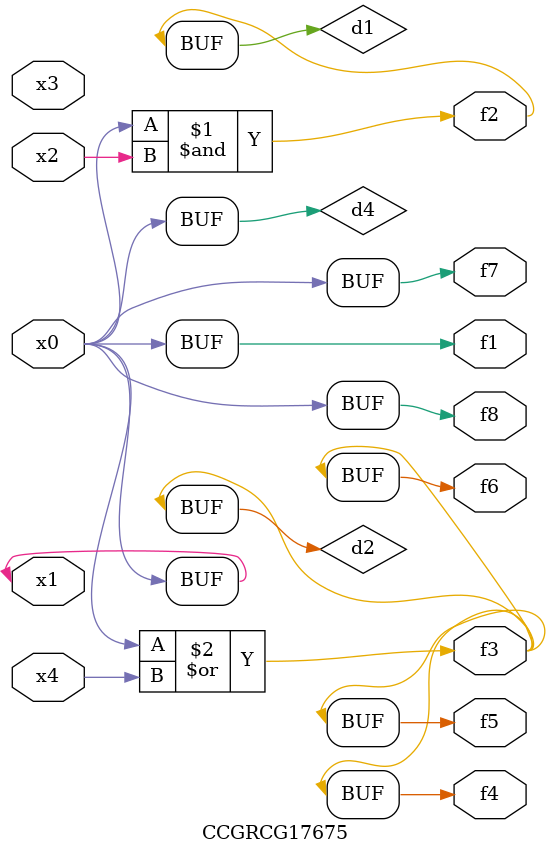
<source format=v>
module CCGRCG17675(
	input x0, x1, x2, x3, x4,
	output f1, f2, f3, f4, f5, f6, f7, f8
);

	wire d1, d2, d3, d4;

	and (d1, x0, x2);
	or (d2, x0, x4);
	nand (d3, x0, x2);
	buf (d4, x0, x1);
	assign f1 = d4;
	assign f2 = d1;
	assign f3 = d2;
	assign f4 = d2;
	assign f5 = d2;
	assign f6 = d2;
	assign f7 = d4;
	assign f8 = d4;
endmodule

</source>
